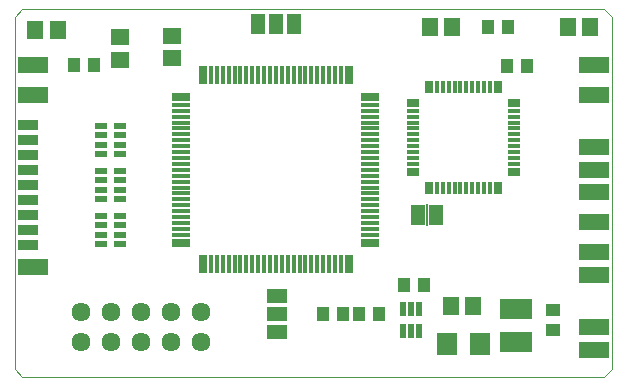
<source format=gts>
G75*
%MOIN*%
%OFA0B0*%
%FSLAX25Y25*%
%IPPOS*%
%LPD*%
%AMOC8*
5,1,8,0,0,1.08239X$1,22.5*
%
%ADD10C,0.00000*%
%ADD11R,0.10400X0.05400*%
%ADD12R,0.05518X0.06306*%
%ADD13R,0.06699X0.07487*%
%ADD14R,0.11030X0.06699*%
%ADD15R,0.06306X0.05518*%
%ADD16R,0.06699X0.03550*%
%ADD17R,0.04337X0.04731*%
%ADD18R,0.05000X0.06700*%
%ADD19R,0.00600X0.07200*%
%ADD20R,0.04731X0.04337*%
%ADD21R,0.03937X0.02362*%
%ADD22R,0.06306X0.02920*%
%ADD23R,0.06306X0.01660*%
%ADD24R,0.02920X0.06306*%
%ADD25R,0.01660X0.06306*%
%ADD26R,0.04337X0.02762*%
%ADD27R,0.04337X0.01581*%
%ADD28R,0.02762X0.04337*%
%ADD29R,0.01581X0.04337*%
%ADD30R,0.01975X0.04534*%
%ADD31C,0.06337*%
%ADD32R,0.06700X0.05000*%
D10*
X0005500Y0013000D02*
X0003000Y0015500D01*
X0003000Y0133000D01*
X0005500Y0135500D01*
X0199500Y0135500D01*
X0202000Y0133000D01*
X0202000Y0015500D01*
X0199500Y0013000D01*
X0005500Y0013000D01*
D11*
X0009100Y0049700D03*
X0009000Y0107000D03*
X0009000Y0117000D03*
X0196000Y0117000D03*
X0196000Y0107000D03*
X0196000Y0089500D03*
X0196000Y0082000D03*
X0196000Y0074500D03*
X0196000Y0064500D03*
X0196000Y0054500D03*
X0196000Y0047000D03*
X0196000Y0029500D03*
X0196000Y0022000D03*
D12*
X0155740Y0036500D03*
X0148260Y0036500D03*
X0148740Y0129500D03*
X0141260Y0129500D03*
X0187260Y0129500D03*
X0194740Y0129500D03*
X0017240Y0128500D03*
X0009760Y0128500D03*
D13*
X0146988Y0024000D03*
X0158012Y0024000D03*
D14*
X0170000Y0024488D03*
X0170000Y0035512D03*
D15*
X0055500Y0119260D03*
X0055500Y0126740D03*
X0038000Y0126240D03*
X0038000Y0118760D03*
D16*
X0007500Y0097000D03*
X0007500Y0092000D03*
X0007500Y0087000D03*
X0007500Y0082000D03*
X0007500Y0077000D03*
X0007500Y0072000D03*
X0007500Y0067000D03*
X0007500Y0062000D03*
X0007500Y0057000D03*
D17*
X0022654Y0117000D03*
X0029346Y0117000D03*
X0132654Y0043500D03*
X0139346Y0043500D03*
X0124346Y0034000D03*
X0117654Y0034000D03*
X0112346Y0034000D03*
X0105654Y0034000D03*
X0167154Y0116500D03*
X0173846Y0116500D03*
X0167346Y0129500D03*
X0160654Y0129500D03*
D18*
X0096000Y0130500D03*
X0090000Y0130500D03*
X0084000Y0130500D03*
X0137500Y0067000D03*
X0143500Y0067000D03*
D19*
X0140500Y0067000D03*
D20*
X0182500Y0035346D03*
X0182500Y0028654D03*
D21*
X0038150Y0057276D03*
X0038150Y0060425D03*
X0038150Y0063575D03*
X0038150Y0066724D03*
X0031850Y0066724D03*
X0031850Y0063575D03*
X0031850Y0060425D03*
X0031850Y0057276D03*
X0031850Y0072276D03*
X0031850Y0075425D03*
X0031850Y0078575D03*
X0031850Y0081724D03*
X0038150Y0081724D03*
X0038150Y0078575D03*
X0038150Y0075425D03*
X0038150Y0072276D03*
X0038150Y0087276D03*
X0038150Y0090425D03*
X0038150Y0093575D03*
X0038150Y0096724D03*
X0031850Y0096724D03*
X0031850Y0093575D03*
X0031850Y0090425D03*
X0031850Y0087276D03*
D22*
X0058504Y0106252D03*
X0121496Y0106252D03*
X0121496Y0057748D03*
X0058504Y0057748D03*
D23*
X0058504Y0060346D03*
X0058504Y0062315D03*
X0058504Y0064283D03*
X0058504Y0066252D03*
X0058504Y0068220D03*
X0058504Y0070189D03*
X0058504Y0072157D03*
X0058504Y0074126D03*
X0058504Y0076094D03*
X0058504Y0078063D03*
X0058504Y0080031D03*
X0058504Y0082000D03*
X0058504Y0083969D03*
X0058504Y0085937D03*
X0058504Y0087906D03*
X0058504Y0089874D03*
X0058504Y0091843D03*
X0058504Y0093811D03*
X0058504Y0095780D03*
X0058504Y0097748D03*
X0058504Y0099717D03*
X0058504Y0101685D03*
X0058504Y0103654D03*
X0121496Y0103654D03*
X0121496Y0101685D03*
X0121496Y0099717D03*
X0121496Y0097748D03*
X0121496Y0095780D03*
X0121496Y0093811D03*
X0121496Y0091843D03*
X0121496Y0089874D03*
X0121496Y0087906D03*
X0121496Y0085937D03*
X0121496Y0083969D03*
X0121496Y0082000D03*
X0121496Y0080031D03*
X0121496Y0078063D03*
X0121496Y0076094D03*
X0121496Y0074126D03*
X0121496Y0072157D03*
X0121496Y0070189D03*
X0121496Y0068220D03*
X0121496Y0066252D03*
X0121496Y0064283D03*
X0121496Y0062315D03*
X0121496Y0060346D03*
D24*
X0114252Y0050504D03*
X0065748Y0050504D03*
X0065748Y0113496D03*
X0114252Y0113496D03*
D25*
X0111654Y0113496D03*
X0109685Y0113496D03*
X0107717Y0113496D03*
X0105748Y0113496D03*
X0103780Y0113496D03*
X0101811Y0113496D03*
X0099843Y0113496D03*
X0097874Y0113496D03*
X0095906Y0113496D03*
X0093937Y0113496D03*
X0091969Y0113496D03*
X0090000Y0113496D03*
X0088031Y0113496D03*
X0086063Y0113496D03*
X0084094Y0113496D03*
X0082126Y0113496D03*
X0080157Y0113496D03*
X0078189Y0113496D03*
X0076220Y0113496D03*
X0074252Y0113496D03*
X0072283Y0113496D03*
X0070315Y0113496D03*
X0068346Y0113496D03*
X0068346Y0050504D03*
X0070315Y0050504D03*
X0072283Y0050504D03*
X0074252Y0050504D03*
X0076220Y0050504D03*
X0078189Y0050504D03*
X0080157Y0050504D03*
X0082126Y0050504D03*
X0084094Y0050504D03*
X0086063Y0050504D03*
X0088031Y0050504D03*
X0090000Y0050504D03*
X0091969Y0050504D03*
X0093937Y0050504D03*
X0095906Y0050504D03*
X0097874Y0050504D03*
X0099843Y0050504D03*
X0101811Y0050504D03*
X0103780Y0050504D03*
X0105748Y0050504D03*
X0107717Y0050504D03*
X0109685Y0050504D03*
X0111654Y0050504D03*
D26*
X0135768Y0081409D03*
X0135768Y0104244D03*
X0169232Y0104244D03*
X0169232Y0081409D03*
D27*
X0169232Y0083969D03*
X0169232Y0085937D03*
X0169232Y0087906D03*
X0169232Y0089874D03*
X0169232Y0091843D03*
X0169232Y0093811D03*
X0169232Y0095780D03*
X0169232Y0097748D03*
X0169232Y0099717D03*
X0169232Y0101685D03*
X0135768Y0101685D03*
X0135768Y0099717D03*
X0135768Y0097748D03*
X0135768Y0095780D03*
X0135768Y0093811D03*
X0135768Y0091843D03*
X0135768Y0089874D03*
X0135768Y0087906D03*
X0135768Y0085937D03*
X0135768Y0083969D03*
D28*
X0141083Y0076094D03*
X0163917Y0076094D03*
X0163917Y0109559D03*
X0141083Y0109559D03*
D29*
X0143642Y0109559D03*
X0145610Y0109559D03*
X0147579Y0109559D03*
X0149547Y0109559D03*
X0151516Y0109559D03*
X0153484Y0109559D03*
X0155453Y0109559D03*
X0157421Y0109559D03*
X0159390Y0109559D03*
X0161358Y0109559D03*
X0161358Y0076094D03*
X0159390Y0076094D03*
X0157421Y0076094D03*
X0155453Y0076094D03*
X0153484Y0076094D03*
X0151516Y0076094D03*
X0149547Y0076094D03*
X0147579Y0076094D03*
X0145610Y0076094D03*
X0143642Y0076094D03*
D30*
X0137559Y0035642D03*
X0135000Y0035642D03*
X0132441Y0035642D03*
X0132441Y0028358D03*
X0135000Y0028358D03*
X0137559Y0028358D03*
D31*
X0065000Y0024500D03*
X0055000Y0024500D03*
X0045000Y0024500D03*
X0035000Y0024500D03*
X0025000Y0024500D03*
X0025000Y0034500D03*
X0035000Y0034500D03*
X0045000Y0034500D03*
X0055000Y0034500D03*
X0065000Y0034500D03*
D32*
X0090500Y0034100D03*
X0090500Y0028100D03*
X0090500Y0040100D03*
M02*

</source>
